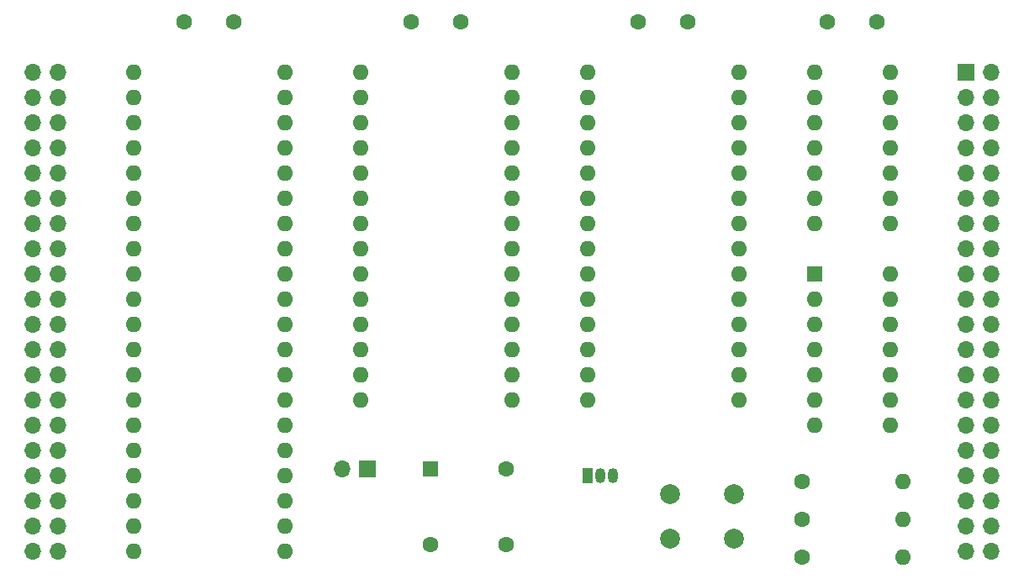
<source format=gbr>
%TF.GenerationSoftware,KiCad,Pcbnew,(5.1.8)-1*%
%TF.CreationDate,2020-12-27T09:28:02+00:00*%
%TF.ProjectId,main-board,6d61696e-2d62-46f6-9172-642e6b696361,rev?*%
%TF.SameCoordinates,Original*%
%TF.FileFunction,Soldermask,Bot*%
%TF.FilePolarity,Negative*%
%FSLAX46Y46*%
G04 Gerber Fmt 4.6, Leading zero omitted, Abs format (unit mm)*
G04 Created by KiCad (PCBNEW (5.1.8)-1) date 2020-12-27 09:28:02*
%MOMM*%
%LPD*%
G01*
G04 APERTURE LIST*
%ADD10O,1.600000X1.600000*%
%ADD11C,1.600000*%
%ADD12O,1.700000X1.700000*%
%ADD13R,1.700000X1.700000*%
%ADD14R,1.600000X1.600000*%
%ADD15R,1.050000X1.500000*%
%ADD16O,1.050000X1.500000*%
%ADD17C,2.000000*%
G04 APERTURE END LIST*
D10*
%TO.C,R3*%
X158750000Y-83185000D03*
D11*
X148590000Y-83185000D03*
%TD*%
D10*
%TO.C,R1*%
X158750000Y-75565000D03*
D11*
X148590000Y-75565000D03*
%TD*%
%TO.C,C4*%
X156130000Y-29210000D03*
X151130000Y-29210000D03*
%TD*%
%TO.C,C3*%
X137080000Y-29210000D03*
X132080000Y-29210000D03*
%TD*%
%TO.C,C2*%
X114220000Y-29210000D03*
X109220000Y-29210000D03*
%TD*%
%TO.C,C1*%
X91360000Y-29210000D03*
X86360000Y-29210000D03*
%TD*%
D10*
%TO.C,U3*%
X142240000Y-34290000D03*
X127000000Y-67310000D03*
X142240000Y-36830000D03*
X127000000Y-64770000D03*
X142240000Y-39370000D03*
X127000000Y-62230000D03*
X142240000Y-41910000D03*
X127000000Y-59690000D03*
X142240000Y-44450000D03*
X127000000Y-57150000D03*
X142240000Y-46990000D03*
X127000000Y-54610000D03*
X142240000Y-49530000D03*
X127000000Y-52070000D03*
X142240000Y-52070000D03*
X127000000Y-49530000D03*
X142240000Y-54610000D03*
X127000000Y-46990000D03*
X142240000Y-57150000D03*
X127000000Y-44450000D03*
X142240000Y-59690000D03*
X127000000Y-41910000D03*
X142240000Y-62230000D03*
X127000000Y-39370000D03*
X142240000Y-64770000D03*
X127000000Y-36830000D03*
X142240000Y-67310000D03*
X127000000Y-34290000D03*
%TD*%
D12*
%TO.C,J2*%
X167640000Y-82550000D03*
X165100000Y-82550000D03*
X167640000Y-80010000D03*
X165100000Y-80010000D03*
X167640000Y-77470000D03*
X165100000Y-77470000D03*
X167640000Y-74930000D03*
X165100000Y-74930000D03*
X167640000Y-72390000D03*
X165100000Y-72390000D03*
X167640000Y-69850000D03*
X165100000Y-69850000D03*
X167640000Y-67310000D03*
X165100000Y-67310000D03*
X167640000Y-64770000D03*
X165100000Y-64770000D03*
X167640000Y-62230000D03*
X165100000Y-62230000D03*
X167640000Y-59690000D03*
X165100000Y-59690000D03*
X167640000Y-57150000D03*
X165100000Y-57150000D03*
X167640000Y-54610000D03*
X165100000Y-54610000D03*
X167640000Y-52070000D03*
X165100000Y-52070000D03*
X167640000Y-49530000D03*
X165100000Y-49530000D03*
X167640000Y-46990000D03*
X165100000Y-46990000D03*
X167640000Y-44450000D03*
X165100000Y-44450000D03*
X167640000Y-41910000D03*
X165100000Y-41910000D03*
X167640000Y-39370000D03*
X165100000Y-39370000D03*
X167640000Y-36830000D03*
X165100000Y-36830000D03*
X167640000Y-34290000D03*
D13*
X165100000Y-34290000D03*
%TD*%
D11*
%TO.C,X1*%
X111125000Y-81915000D03*
X118745000Y-81915000D03*
X118745000Y-74295000D03*
D14*
X111125000Y-74295000D03*
%TD*%
D15*
%TO.C,U6*%
X127000000Y-74930000D03*
D16*
X129540000Y-74930000D03*
X128270000Y-74930000D03*
%TD*%
D17*
%TO.C,SW1*%
X141755000Y-76835000D03*
X141755000Y-81335000D03*
X135255000Y-76835000D03*
X135255000Y-81335000D03*
%TD*%
D10*
%TO.C,R2*%
X158750000Y-79375000D03*
D11*
X148590000Y-79375000D03*
%TD*%
D13*
%TO.C,JP1*%
X104775000Y-74295000D03*
D12*
X102235000Y-74295000D03*
%TD*%
D10*
%TO.C,U5*%
X157480000Y-54610000D03*
X149860000Y-69850000D03*
X157480000Y-57150000D03*
X149860000Y-67310000D03*
X157480000Y-59690000D03*
X149860000Y-64770000D03*
X157480000Y-62230000D03*
X149860000Y-62230000D03*
X157480000Y-64770000D03*
X149860000Y-59690000D03*
X157480000Y-67310000D03*
X149860000Y-57150000D03*
X157480000Y-69850000D03*
D14*
X149860000Y-54610000D03*
%TD*%
D10*
%TO.C,U4*%
X157480000Y-34290000D03*
X149860000Y-49530000D03*
X157480000Y-36830000D03*
X149860000Y-46990000D03*
X157480000Y-39370000D03*
X149860000Y-44450000D03*
X157480000Y-41910000D03*
X149860000Y-41910000D03*
X157480000Y-44450000D03*
X149860000Y-39370000D03*
X157480000Y-46990000D03*
X149860000Y-36830000D03*
X157480000Y-49530000D03*
X149860000Y-34290000D03*
%TD*%
%TO.C,U2*%
X119380000Y-34290000D03*
X104140000Y-67310000D03*
X119380000Y-36830000D03*
X104140000Y-64770000D03*
X119380000Y-39370000D03*
X104140000Y-62230000D03*
X119380000Y-41910000D03*
X104140000Y-59690000D03*
X119380000Y-44450000D03*
X104140000Y-57150000D03*
X119380000Y-46990000D03*
X104140000Y-54610000D03*
X119380000Y-49530000D03*
X104140000Y-52070000D03*
X119380000Y-52070000D03*
X104140000Y-49530000D03*
X119380000Y-54610000D03*
X104140000Y-46990000D03*
X119380000Y-57150000D03*
X104140000Y-44450000D03*
X119380000Y-59690000D03*
X104140000Y-41910000D03*
X119380000Y-62230000D03*
X104140000Y-39370000D03*
X119380000Y-64770000D03*
X104140000Y-36830000D03*
X119380000Y-67310000D03*
X104140000Y-34290000D03*
%TD*%
%TO.C,U1*%
X96520000Y-34290000D03*
X81280000Y-82550000D03*
X96520000Y-36830000D03*
X81280000Y-80010000D03*
X96520000Y-39370000D03*
X81280000Y-77470000D03*
X96520000Y-41910000D03*
X81280000Y-74930000D03*
X96520000Y-44450000D03*
X81280000Y-72390000D03*
X96520000Y-46990000D03*
X81280000Y-69850000D03*
X96520000Y-49530000D03*
X81280000Y-67310000D03*
X96520000Y-52070000D03*
X81280000Y-64770000D03*
X96520000Y-54610000D03*
X81280000Y-62230000D03*
X96520000Y-57150000D03*
X81280000Y-59690000D03*
X96520000Y-59690000D03*
X81280000Y-57150000D03*
X96520000Y-62230000D03*
X81280000Y-54610000D03*
X96520000Y-64770000D03*
X81280000Y-52070000D03*
X96520000Y-67310000D03*
X81280000Y-49530000D03*
X96520000Y-69850000D03*
X81280000Y-46990000D03*
X96520000Y-72390000D03*
X81280000Y-44450000D03*
X96520000Y-74930000D03*
X81280000Y-41910000D03*
X96520000Y-77470000D03*
X81280000Y-39370000D03*
X96520000Y-80010000D03*
X81280000Y-36830000D03*
X96520000Y-82550000D03*
X81280000Y-34290000D03*
%TD*%
D12*
%TO.C,J1*%
X73660000Y-82550000D03*
X71120000Y-82550000D03*
X73660000Y-80010000D03*
X71120000Y-80010000D03*
X73660000Y-77470000D03*
X71120000Y-77470000D03*
X73660000Y-74930000D03*
X71120000Y-74930000D03*
X73660000Y-72390000D03*
X71120000Y-72390000D03*
X73660000Y-69850000D03*
X71120000Y-69850000D03*
X73660000Y-67310000D03*
X71120000Y-67310000D03*
X73660000Y-64770000D03*
X71120000Y-64770000D03*
X73660000Y-62230000D03*
X71120000Y-62230000D03*
X73660000Y-59690000D03*
X71120000Y-59690000D03*
X73660000Y-57150000D03*
X71120000Y-57150000D03*
X73660000Y-54610000D03*
X71120000Y-54610000D03*
X73660000Y-52070000D03*
X71120000Y-52070000D03*
X73660000Y-49530000D03*
X71120000Y-49530000D03*
X73660000Y-46990000D03*
X71120000Y-46990000D03*
X73660000Y-44450000D03*
X71120000Y-44450000D03*
X73660000Y-41910000D03*
X71120000Y-41910000D03*
X73660000Y-39370000D03*
X71120000Y-39370000D03*
X73660000Y-36830000D03*
X71120000Y-36830000D03*
X73660000Y-34290000D03*
X71120000Y-34290000D03*
%TD*%
M02*

</source>
